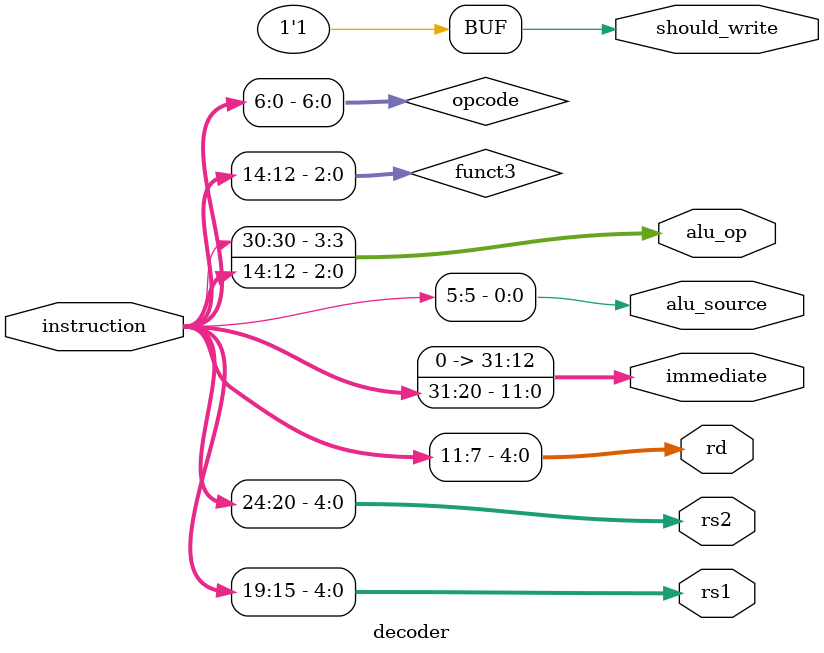
<source format=v>
module decoder (
    input wire [31:0] instruction,
    output wire [4:0] rs1,
    output wire [4:0] rs2,
    output wire [4:0] rd,
    output wire [31:0] immediate,
    output wire alu_source,
    output wire [3:0] alu_op,
    output wire should_write
);

    wire [2:0] funct3;
    assign funct3 = instruction[14:12];

    wire [6:0] opcode;
    assign opcode = instruction[6:0];

    assign rs1 = instruction[19:15];
    assign rs2 = instruction[24:20];
    assign rd = instruction[11:7];

    assign alu_source = instruction[5];
    assign alu_op = {instruction[30], funct3};

    assign immediate = instruction[31:20];

    // FIXME
    assign should_write = 1;

    // TODO: edge cases for load and store
    // if opcode == 0000011 or 0100011 set alu_op to 0000


endmodule
</source>
